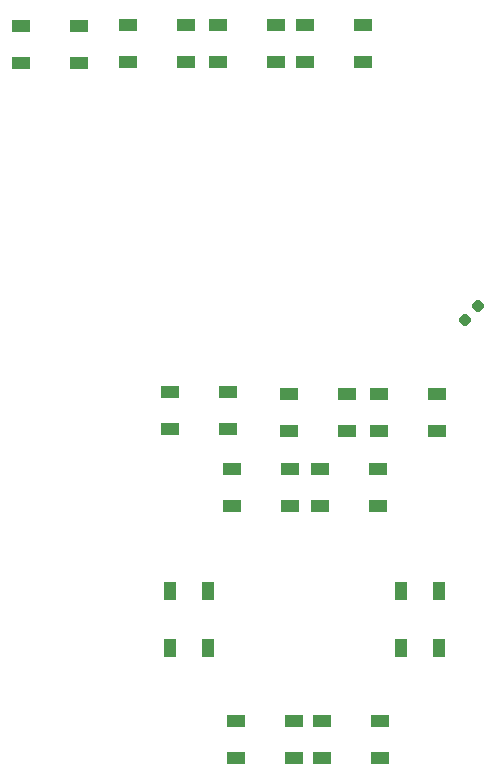
<source format=gbr>
%TF.GenerationSoftware,KiCad,Pcbnew,(6.0.9)*%
%TF.CreationDate,2022-12-07T12:03:19-09:00*%
%TF.ProjectId,AV COOL Panel,41562043-4f4f-44c2-9050-616e656c2e6b,rev?*%
%TF.SameCoordinates,Original*%
%TF.FileFunction,Paste,Top*%
%TF.FilePolarity,Positive*%
%FSLAX46Y46*%
G04 Gerber Fmt 4.6, Leading zero omitted, Abs format (unit mm)*
G04 Created by KiCad (PCBNEW (6.0.9)) date 2022-12-07 12:03:19*
%MOMM*%
%LPD*%
G01*
G04 APERTURE LIST*
G04 Aperture macros list*
%AMRoundRect*
0 Rectangle with rounded corners*
0 $1 Rounding radius*
0 $2 $3 $4 $5 $6 $7 $8 $9 X,Y pos of 4 corners*
0 Add a 4 corners polygon primitive as box body*
4,1,4,$2,$3,$4,$5,$6,$7,$8,$9,$2,$3,0*
0 Add four circle primitives for the rounded corners*
1,1,$1+$1,$2,$3*
1,1,$1+$1,$4,$5*
1,1,$1+$1,$6,$7*
1,1,$1+$1,$8,$9*
0 Add four rect primitives between the rounded corners*
20,1,$1+$1,$2,$3,$4,$5,0*
20,1,$1+$1,$4,$5,$6,$7,0*
20,1,$1+$1,$6,$7,$8,$9,0*
20,1,$1+$1,$8,$9,$2,$3,0*%
G04 Aperture macros list end*
%ADD10RoundRect,0.218750X-0.026517X0.335876X-0.335876X0.026517X0.026517X-0.335876X0.335876X-0.026517X0*%
%ADD11R,1.500000X1.000000*%
%ADD12R,1.000000X1.500000*%
G04 APERTURE END LIST*
D10*
%TO.C,R1*%
X249017694Y-61116306D03*
X247904000Y-62230000D03*
%TD*%
D11*
%TO.C,D2*%
X210312000Y-37338000D03*
X210312000Y-40538000D03*
X215212000Y-40538000D03*
X215212000Y-37338000D03*
%TD*%
%TO.C,D3*%
X219382000Y-37262000D03*
X219382000Y-40462000D03*
X224282000Y-40462000D03*
X224282000Y-37262000D03*
%TD*%
%TO.C,D4*%
X227002000Y-37262000D03*
X227002000Y-40462000D03*
X231902000Y-40462000D03*
X231902000Y-37262000D03*
%TD*%
%TO.C,D5*%
X234368000Y-37262000D03*
X234368000Y-40462000D03*
X239268000Y-40462000D03*
X239268000Y-37262000D03*
%TD*%
%TO.C,D6*%
X222938000Y-68326000D03*
X222938000Y-71526000D03*
X227838000Y-71526000D03*
X227838000Y-68326000D03*
%TD*%
%TO.C,D7*%
X233008000Y-68504000D03*
X233008000Y-71704000D03*
X237908000Y-71704000D03*
X237908000Y-68504000D03*
%TD*%
%TO.C,D8*%
X240628000Y-68504000D03*
X240628000Y-71704000D03*
X245528000Y-71704000D03*
X245528000Y-68504000D03*
%TD*%
%TO.C,D9*%
X228182000Y-74854000D03*
X228182000Y-78054000D03*
X233082000Y-78054000D03*
X233082000Y-74854000D03*
%TD*%
%TO.C,D10*%
X235638000Y-74854000D03*
X235638000Y-78054000D03*
X240538000Y-78054000D03*
X240538000Y-74854000D03*
%TD*%
D12*
%TO.C,D11*%
X242494000Y-90080000D03*
X245694000Y-90080000D03*
X245694000Y-85180000D03*
X242494000Y-85180000D03*
%TD*%
D11*
%TO.C,D12*%
X235802000Y-96190000D03*
X235802000Y-99390000D03*
X240702000Y-99390000D03*
X240702000Y-96190000D03*
%TD*%
%TO.C,D13*%
X228526000Y-96190000D03*
X228526000Y-99390000D03*
X233426000Y-99390000D03*
X233426000Y-96190000D03*
%TD*%
D12*
%TO.C,D14*%
X226136000Y-85180000D03*
X222936000Y-85180000D03*
X222936000Y-90080000D03*
X226136000Y-90080000D03*
%TD*%
M02*

</source>
